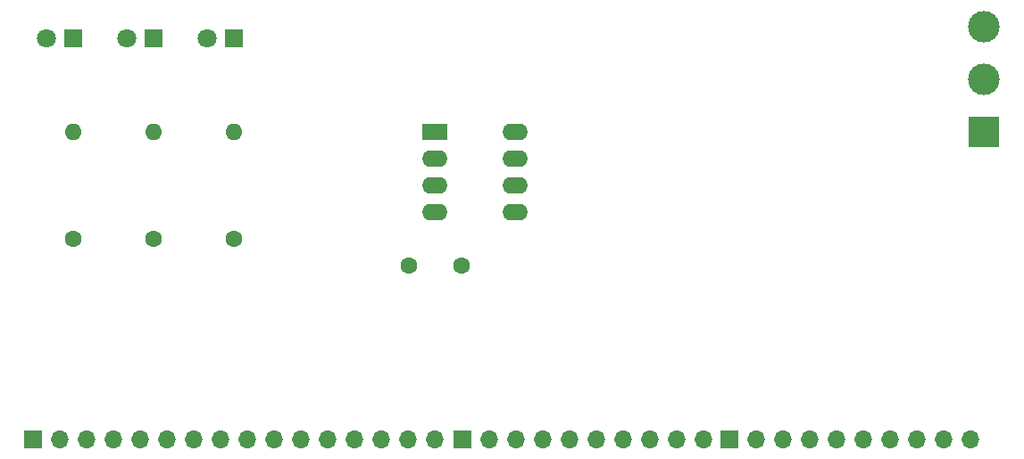
<source format=gbr>
%TF.GenerationSoftware,KiCad,Pcbnew,6.0.11+dfsg-1*%
%TF.CreationDate,2026-01-02T13:29:43+01:00*%
%TF.ProjectId,clock,636c6f63-6b2e-46b6-9963-61645f706362,rev?*%
%TF.SameCoordinates,Original*%
%TF.FileFunction,Soldermask,Bot*%
%TF.FilePolarity,Negative*%
%FSLAX46Y46*%
G04 Gerber Fmt 4.6, Leading zero omitted, Abs format (unit mm)*
G04 Created by KiCad (PCBNEW 6.0.11+dfsg-1) date 2026-01-02 13:29:43*
%MOMM*%
%LPD*%
G01*
G04 APERTURE LIST*
%ADD10C,3.000000*%
%ADD11R,3.000000X3.000000*%
%ADD12C,1.600000*%
%ADD13O,1.600000X1.600000*%
%ADD14R,2.400000X1.600000*%
%ADD15O,2.400000X1.600000*%
%ADD16R,1.800000X1.800000*%
%ADD17C,1.800000*%
%ADD18R,1.700000X1.700000*%
%ADD19O,1.700000X1.700000*%
G04 APERTURE END LIST*
D10*
%TO.C,*%
X193040000Y-91600000D03*
%TD*%
D11*
%TO.C,*%
X193040000Y-101600000D03*
%TD*%
D10*
%TO.C,*%
X193040000Y-96600000D03*
%TD*%
D12*
%TO.C,104*%
X143470000Y-114300000D03*
X138470000Y-114300000D03*
%TD*%
%TO.C,1k*%
X121920000Y-111760000D03*
D13*
X121920000Y-101600000D03*
%TD*%
D12*
%TO.C,1k*%
X114300000Y-111760000D03*
D13*
X114300000Y-101600000D03*
%TD*%
D12*
%TO.C,1k*%
X106680000Y-111760000D03*
D13*
X106680000Y-101600000D03*
%TD*%
D14*
%TO.C,tiny85*%
X140955000Y-101610000D03*
D15*
X140955000Y-104150000D03*
X140955000Y-106690000D03*
X140955000Y-109230000D03*
X148575000Y-109230000D03*
X148575000Y-106690000D03*
X148575000Y-104150000D03*
X148575000Y-101610000D03*
%TD*%
D16*
%TO.C,REF\u002A\u002A*%
X106680000Y-92710000D03*
D17*
X104140000Y-92710000D03*
%TD*%
D16*
%TO.C,REF\u002A\u002A*%
X114300000Y-92710000D03*
D17*
X111760000Y-92710000D03*
%TD*%
D16*
%TO.C,REF\u002A\u002A*%
X121920000Y-92710000D03*
D17*
X119380000Y-92710000D03*
%TD*%
D18*
%TO.C,REF\u002A\u002A*%
X168910000Y-130810000D03*
D19*
X171450000Y-130810000D03*
X173990000Y-130810000D03*
X176530000Y-130810000D03*
X179070000Y-130810000D03*
X181610000Y-130810000D03*
X184150000Y-130810000D03*
X186690000Y-130810000D03*
X189230000Y-130810000D03*
X191770000Y-130810000D03*
%TD*%
D18*
%TO.C,REF\u002A\u002A*%
X143540000Y-130810000D03*
D19*
X146080000Y-130810000D03*
X148620000Y-130810000D03*
X151160000Y-130810000D03*
X153700000Y-130810000D03*
X156240000Y-130810000D03*
X158780000Y-130810000D03*
X161320000Y-130810000D03*
X163860000Y-130810000D03*
X166400000Y-130810000D03*
%TD*%
D18*
%TO.C,REF\u002A\u002A*%
X102870000Y-130810000D03*
D19*
X105410000Y-130810000D03*
X107950000Y-130810000D03*
X110490000Y-130810000D03*
X113030000Y-130810000D03*
X115570000Y-130810000D03*
X118110000Y-130810000D03*
X120650000Y-130810000D03*
X123190000Y-130810000D03*
X125730000Y-130810000D03*
X128270000Y-130810000D03*
X130810000Y-130810000D03*
X133350000Y-130810000D03*
X135890000Y-130810000D03*
X138430000Y-130810000D03*
X140970000Y-130810000D03*
%TD*%
M02*

</source>
